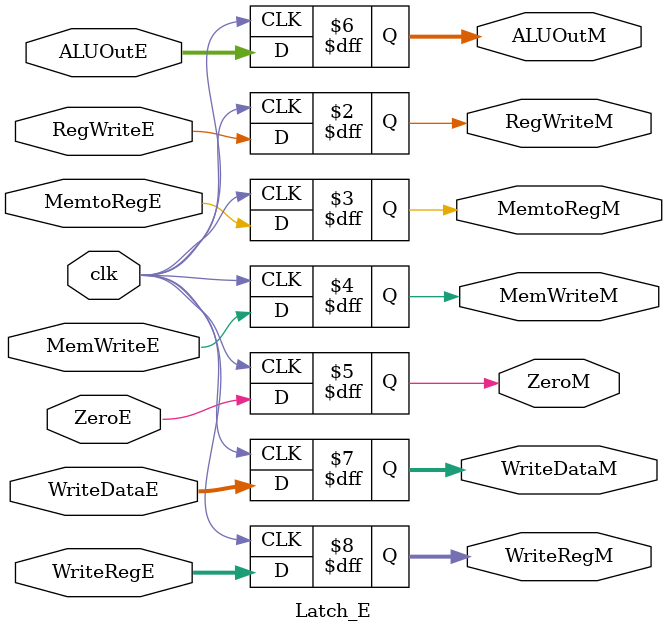
<source format=v>
module Latch_E(
input           clk,
input           RegWriteE,
input           MemtoRegE,
input           MemWriteE,

input           ZeroE,
input   [31:0]  ALUOutE,

input   [31:0]  WriteDataE,
input   [4:0]   WriteRegE,

output  reg         RegWriteM,
output  reg         MemtoRegM,
output  reg         MemWriteM,
output  reg         ZeroM,
output  reg [31:0]  ALUOutM,
output  reg [31:0]  WriteDataM,
output  reg [4:0]   WriteRegM);

always @(posedge clk)begin
    RegWriteM <= RegWriteE;
    MemtoRegM <= MemtoRegE;
    MemWriteM <= MemWriteE;
    ZeroM <= ZeroE;
    ALUOutM <= ALUOutE;
    WriteDataM <= WriteDataE;
    WriteRegM <= WriteRegE;
end

endmodule

</source>
